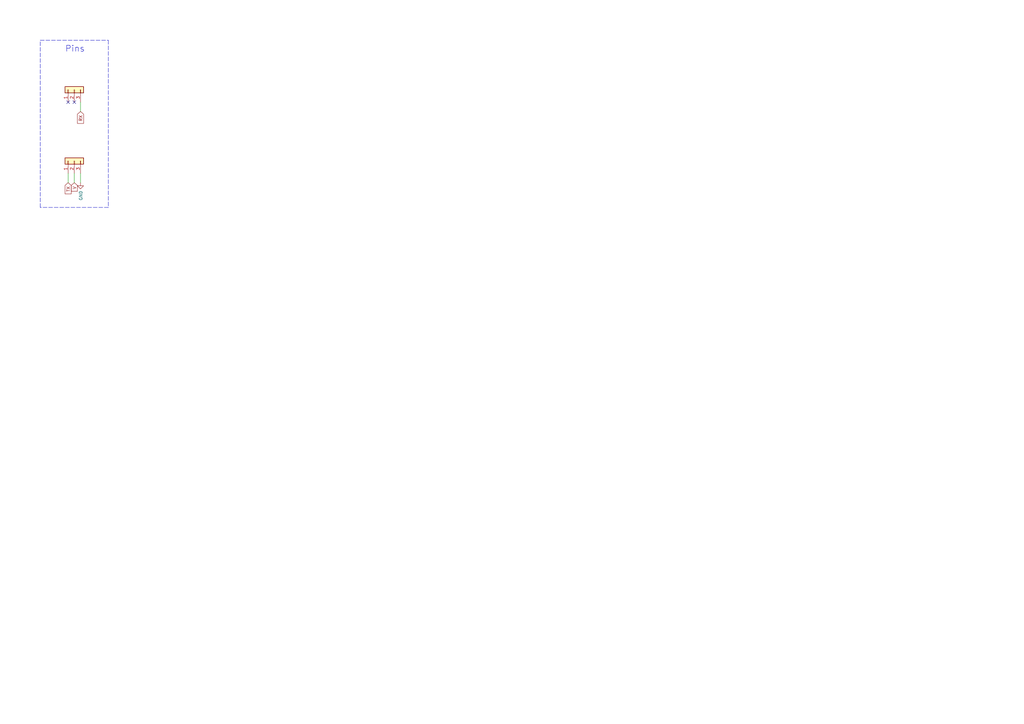
<source format=kicad_sch>
(kicad_sch (version 20250114) (generator "eeschema") (generator_version "9.0")
  (paper "A3")
  (title_block (title "PRODUCT NAME"))
  (lib_symbols
    (symbol "Connector_Generic:Conn_01x03" (pin_names (offset 1.016) (hide yes))
      (property "Reference" "J" (at 0 5.08 0))
      (property "Value" "Conn_01x03" (at 0 -5.08 0))
      (symbol "Conn_01x03_1_1"
        (rectangle (start -1.27 3.81) (end 1.27 -3.81) (stroke (width 0.254)) (fill (type background)))
        (rectangle (start -1.27 2.667) (end 0 2.413) (stroke (width 0.1524)))
        (rectangle (start -1.27 0.127) (end 0 -0.127) (stroke (width 0.1524)))
        (rectangle (start -1.27 -2.413) (end 0 -2.667) (stroke (width 0.1524)))
        (pin passive line (at -5.08 2.54 0) (length 3.81) (name "Pin_1") (number "1"))
        (pin passive line (at -5.08 0 0) (length 3.81) (name "Pin_2") (number "2"))
        (pin passive line (at -5.08 -2.54 0) (length 3.81) (name "Pin_3") (number "3"))
      )
    )
    (symbol "power:GND" (power) (pin_names (offset 0))
      (property "Value" "GND" (at 0 -3.81 0))
      (symbol "GND_0_1"
        (polyline (pts (xy 0 0) (xy 0 -1.27) (xy 1.27 -1.27) (xy 0 -2.54) (xy -1.27 -1.27) (xy 0 -1.27)))
      )
      (symbol "GND_1_1"
        (pin power_in line (at 0 0 270) (length 0) (hide yes) (name "GND") (number "1"))
      )
    )
  )
  (text "Pins" (at 26.67 21.59 0) (effects (font (size 2.5 2.5)) (justify left bottom)))
  (no_connect (at 27.94 41.91))
  (no_connect (at 30.48 41.91))
  (wire (pts (xy 33.02 45.72) (xy 33.02 41.91)))
  (polyline (pts (xy 44.45 85.09) (xy 16.51 85.09)) (stroke (width 0) (type dash)))
  (wire (pts (xy 27.94 74.93) (xy 27.94 71.12)))
  (polyline (pts (xy 44.45 16.51) (xy 44.45 85.09)) (stroke (width 0) (type dash)))
  (wire (pts (xy 33.02 74.93) (xy 33.02 71.12)))
  (wire (pts (xy 30.48 74.93) (xy 30.48 71.12)))
  (polyline (pts (xy 16.51 85.09) (xy 16.51 16.51)) (stroke (width 0) (type dash)))
  (polyline (pts (xy 16.51 16.51) (xy 44.45 16.51)) (stroke (width 0) (type dash)))
  (global_label "TX" (shape input) (at 27.94 74.93 270) (property "Intersheetrefs" "${INTERSHEET_REFS}" (effects (hide yes))) (property "Intersheetrefs" "${INTERSHEET_REFS}" (effects (hide yes))))
  (global_label "RX" (shape input) (at 33.02 45.72 270) (property "Intersheetrefs" "${INTERSHEET_REFS}" (effects (hide yes))) (property "Intersheetrefs" "${INTERSHEET_REFS}" (effects (hide yes))))
  (global_label "V" (shape input) (at 30.48 74.93 270) (property "Intersheetrefs" "${INTERSHEET_REFS}" (effects (hide yes))) (property "Intersheetrefs" "${INTERSHEET_REFS}" (effects (hide yes))))
  (symbol (lib_id "Connector_Generic:Conn_01x03") (at 30.48 36.83 90) (unit 1)
    (property "Reference" "J1" (at 31.75 29.21 90) (effects (justify left)))
    (property "Value" "UP" (at 31.75 33.02 90) (effects (justify left)))
    (property "Footprint" "Connector_PinHeader_2.54mm:PinHeader_1x03_P2.54mm_Vertical" (effects (hide yes)))
    (property "Footprint" "Connector_PinSocket_2.54mm:PinSocket_1x03_P2.54mm_Vertical" (effects (hide yes)))
    (property "Reference" "J1" (effects (hide yes)))
    (property "Value" "UP (A)" (effects (hide yes)))
  )
  (symbol (lib_id "Connector_Generic:Conn_01x03") (at 30.48 66.04 90) (unit 1)
    (property "Reference" "J2" (at 31.75 59.69 90) (effects (justify left)))
    (property "Value" "DOWN" (at 33.02 62.23 90) (effects (justify left)))
    (property "Footprint" "Connector_PinHeader_2.54mm:PinHeader_1x03_P2.54mm_Vertical" (effects (hide yes)))
    (property "Footprint" "Connector_PinSocket_2.54mm:PinSocket_1x03_P2.54mm_Vertical" (effects (hide yes)))
    (property "Reference" "J2" (effects (hide yes)))
    (property "Value" "DOWN (A)" (effects (hide yes)))
  )
  (symbol (lib_id "power:GND") (at 33.02 74.93 0) (unit 1)
    (property "Reference" "#PWR01" (effects (hide yes)))
    (property "Value" "GND" (at 33.147 78.1812 90) (effects (justify right)))
  )
)
</source>
